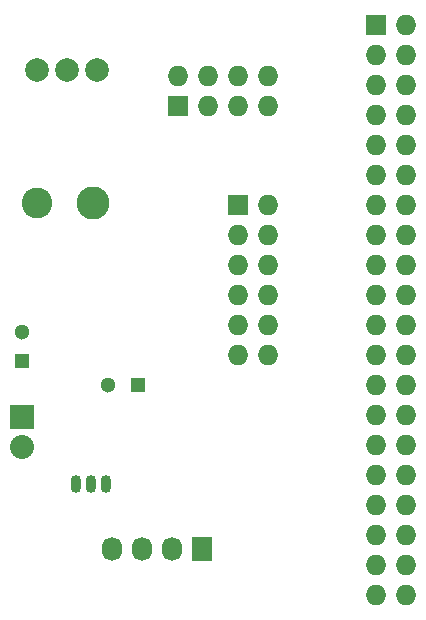
<source format=gbr>
G04 #@! TF.FileFunction,Soldermask,Bot*
%FSLAX46Y46*%
G04 Gerber Fmt 4.6, Leading zero omitted, Abs format (unit mm)*
G04 Created by KiCad (PCBNEW 4.0.2-4+6225~38~ubuntu14.04.1-stable) date Wed 02 Mar 2016 03:50:32 PM CST*
%MOMM*%
G01*
G04 APERTURE LIST*
%ADD10C,0.100000*%
%ADD11R,1.727200X1.727200*%
%ADD12O,1.727200X1.727200*%
%ADD13R,1.727200X2.032000*%
%ADD14O,1.727200X2.032000*%
%ADD15C,2.000000*%
%ADD16R,2.032000X2.032000*%
%ADD17O,2.032000X2.032000*%
%ADD18O,0.899160X1.501140*%
%ADD19C,1.300000*%
%ADD20R,1.300000X1.300000*%
%ADD21C,2.600000*%
%ADD22C,2.800000*%
G04 APERTURE END LIST*
D10*
D11*
X179578000Y-94996000D03*
D12*
X182118000Y-94996000D03*
X179578000Y-97536000D03*
X182118000Y-97536000D03*
X179578000Y-100076000D03*
X182118000Y-100076000D03*
X179578000Y-102616000D03*
X182118000Y-102616000D03*
X179578000Y-105156000D03*
X182118000Y-105156000D03*
X179578000Y-107696000D03*
X182118000Y-107696000D03*
X179578000Y-110236000D03*
X182118000Y-110236000D03*
X179578000Y-112776000D03*
X182118000Y-112776000D03*
X179578000Y-115316000D03*
X182118000Y-115316000D03*
X179578000Y-117856000D03*
X182118000Y-117856000D03*
X179578000Y-120396000D03*
X182118000Y-120396000D03*
X179578000Y-122936000D03*
X182118000Y-122936000D03*
X179578000Y-125476000D03*
X182118000Y-125476000D03*
X179578000Y-128016000D03*
X182118000Y-128016000D03*
X179578000Y-130556000D03*
X182118000Y-130556000D03*
X179578000Y-133096000D03*
X182118000Y-133096000D03*
X179578000Y-135636000D03*
X182118000Y-135636000D03*
X179578000Y-138176000D03*
X182118000Y-138176000D03*
X179578000Y-140716000D03*
X182118000Y-140716000D03*
X179578000Y-143256000D03*
X182118000Y-143256000D03*
D13*
X164846000Y-139369800D03*
D14*
X162306000Y-139369800D03*
X159766000Y-139369800D03*
X157226000Y-139369800D03*
D15*
X155956000Y-98806000D03*
X153416000Y-98806000D03*
X150876000Y-98806000D03*
D16*
X149606000Y-128143000D03*
D17*
X149606000Y-130683000D03*
D18*
X155448000Y-133858000D03*
X156718000Y-133858000D03*
X154178000Y-133858000D03*
D11*
X162814000Y-101854000D03*
D12*
X162814000Y-99314000D03*
X165354000Y-101854000D03*
X165354000Y-99314000D03*
X167894000Y-101854000D03*
X167894000Y-99314000D03*
X170434000Y-101854000D03*
X170434000Y-99314000D03*
D19*
X149606000Y-120944000D03*
D20*
X149606000Y-123444000D03*
D19*
X156885000Y-125476000D03*
D20*
X159385000Y-125476000D03*
D21*
X150876000Y-110094000D03*
D22*
X155576000Y-110094000D03*
D11*
X167894000Y-110236000D03*
D12*
X170434000Y-110236000D03*
X167894000Y-112776000D03*
X170434000Y-112776000D03*
X167894000Y-115316000D03*
X170434000Y-115316000D03*
X167894000Y-117856000D03*
X170434000Y-117856000D03*
X167894000Y-120396000D03*
X170434000Y-120396000D03*
X167894000Y-122936000D03*
X170434000Y-122936000D03*
M02*

</source>
